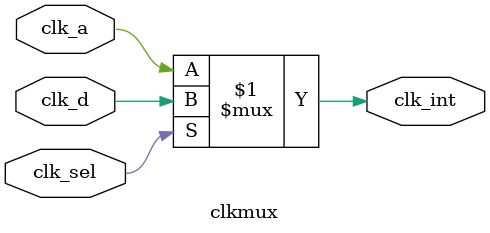
<source format=v>

`timescale 1ns / 1ps

`include "scotsman_conf.vh"
`include "ERI-DA_HEADERS.vh"
`include "scotsman_jtag.vh"
`include "scotsman_isa.vh"

module clkmux(
   clk_a,                  // I: Analog clock
   clk_d,                  // I: Digital clock
   clk_sel,                // I: Clock select signal
   clk_int                 // O: Muxed clock
);

////////////////////////////////////////
// Inputs
input                      clk_a;
input                      clk_d;
input                      clk_sel;

////////////////////////////////////////
// Outputs
output                     clk_int;

////////////////////////////////////////
// Logic
// Clock Muxing

`ifdef CLKMUX_GLITCH_FREE

wire            clk_a_sel;
wire            clk_d_sel;
reg [1:0]       clk_a_sel_sync;
reg [1:0]       clk_d_sel_sync;
wire            clk_a_gated;
wire            clk_d_gated;

assign  clk_a_sel     =  ~clk_sel  &  ~clk_d_sel_sync[0];
assign  clk_d_sel     =  clk_sel   &  ~clk_a_sel_sync[0];

always @(posedge clk_a) 
    clk_a_sel_sync[1] <= clk_a_sel;

always @(negedge clk_a) 
    clk_a_sel_sync[0] <= clk_a_sel_sync[1];

always @(posedge clk_d) 
    clk_d_sel_sync[1] <= clk_d_sel;

always @(negedge clk_d) 
    clk_d_sel_sync[0] <= clk_d_sel_sync[1];

assign clk_a_gated = clk_a & clk_a_sel_sync[0];
assign clk_d_gated = clk_d & clk_d_sel_sync[0];
assign clk_int = clk_a_gated | clk_d_gated;
`else
assign   clk_int = (clk_sel) ? clk_d: clk_a;
`endif

endmodule

</source>
